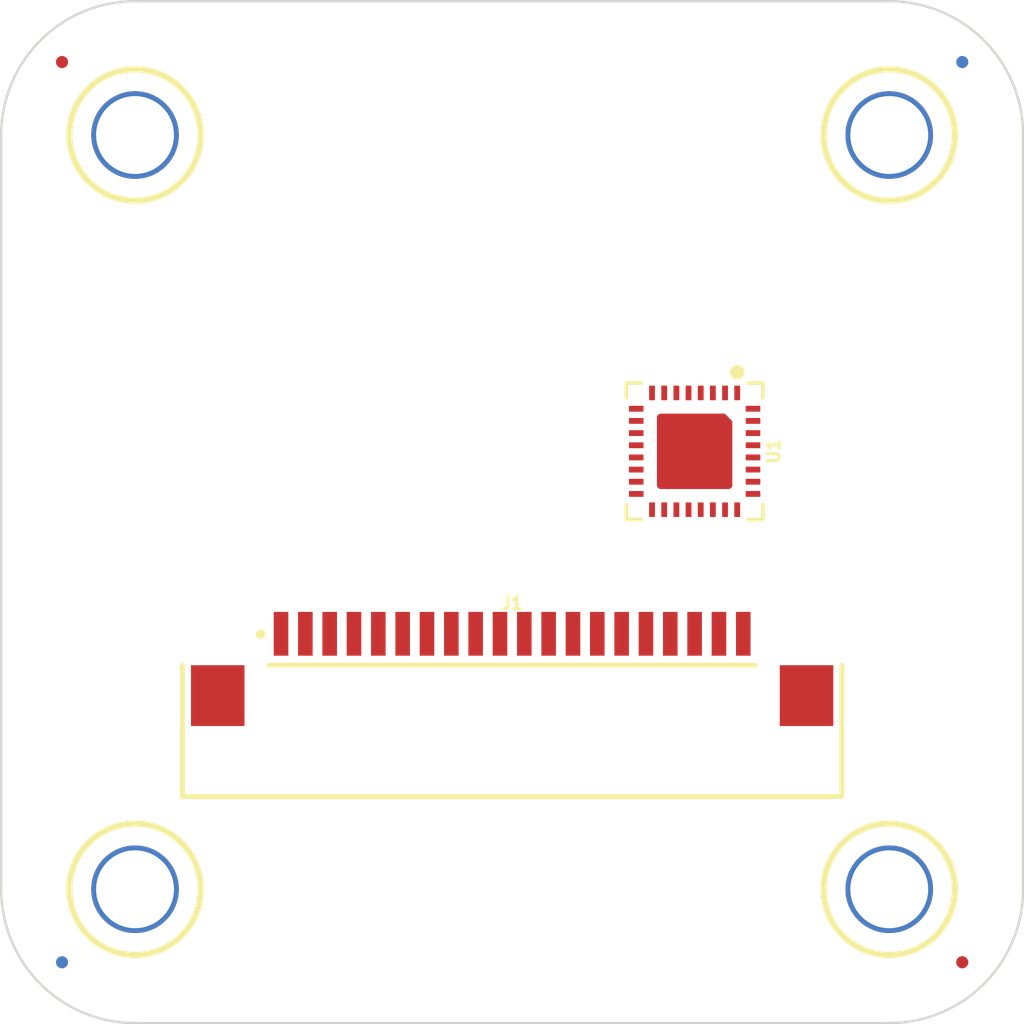
<source format=kicad_pcb>
(kicad_pcb (version 20221018) (generator pcbnew)
  (title_block (title "mouse_joystick_controller") (date "2023-05-16") (rev "2.0") (company "Howard Hughes Medical Institute"))
  (layers (0 "F.Cu" signal) (1 "In1.Cu" signal "Ground.Cu") (2 "In2.Cu" signal "V5+.Cu") (31 "B.Cu" signal) (34 "B.Paste" user) (35 "F.Paste" user) (36 "B.SilkS" user "B.Silkscreen") (37 "F.SilkS" user "F.Silkscreen") (38 "B.Mask" user) (39 "F.Mask" user) (44 "Edge.Cuts" user))
  (net 0 "")
  (net 1 "/assembly/GND")
  (net 20 "/driver_0/STEP_B")
  (net 21 "/driver_0/STEP_A")
  (footprint "Janelia:FIDUCIAL_0.5mm_Mask1mm" (layer "F.Cu") (at 131.5 81.5)
    (fp_text reference "FID1")
    (fp_text value "FIDUCIAL_0.5mm_MASK1mm" hide)
    (pad "" smd circle (at 0 0) (size 0.5 0.5) (layers "F.Cu" "F.Mask") (clearance 0.25))
  )
  (footprint "Janelia:MOUNTING_HOLE_3" (layer "F.Cu") (at 165.5 84.5)
    (fp_text reference "H2" hide)
    (fp_text value "MOUNTING_HOLE_3" hide)
    (fp_circle (center 0 0) (end 2.7 0) (stroke (width 0.25)) (fill none) (layer "F.SilkS"))
    (pad "1" thru_hole circle (at 0 0) (size 3.6 3.6) (drill 3.2) (layers "*.Cu" "*.Mask") (net 1 "/assembly/GND"))
  )
  (footprint "Janelia:FFC_Samtec_ZF1-20-01-X-WT-Xx20-1MP_P1mm_Horizontal" (layer "F.Cu") (at 150 105)
    (fp_text reference "J1" (at 0 -1.25) (layer "F.SilkS") (effects (font (size 0.5 0.5) (thickness 0.125) bold)))
    (fp_text value "Conn_FFC_20_Pin_1mm_bottom-ZF1-20-01-T-WT-TR")
    (fp_line (start -13.55 1.29) (end -13.55 6.69) (stroke (width 0.2)) (layer "F.SilkS"))
    (fp_line (start -13.55 6.69) (end 13.55 6.69) (stroke (width 0.2)) (layer "F.SilkS"))
    (fp_line (start -10 1.29) (end 10 1.29) (stroke (width 0.2)) (layer "F.SilkS"))
    (fp_line (start 13.55 6.69) (end 13.55 1.29) (stroke (width 0.2)) (layer "F.SilkS"))
    (fp_circle (center -10.335 0.015) (end -10.235 0.015) (stroke (width 0.2)) (fill none) (layer "F.SilkS"))
    (pad "" smd rect (at -12.1 2.54) (size 2.2 2.5) (layers "F.Cu" "F.Paste" "F.Mask"))
    (pad "" smd rect (at 12.1 2.54) (size 2.2 2.5) (layers "F.Cu" "F.Paste" "F.Mask"))
    (pad "1" smd rect (at -9.5 0) (size 0.6 1.8) (layers "F.Cu" "F.Paste" "F.Mask"))
    (pad "2" smd rect (at -8.5 0) (size 0.6 1.8) (layers "F.Cu" "F.Paste" "F.Mask"))
    (pad "3" smd rect (at -7.5 0) (size 0.6 1.8) (layers "F.Cu" "F.Paste" "F.Mask"))
    (pad "4" smd rect (at -6.5 0) (size 0.6 1.8) (layers "F.Cu" "F.Paste" "F.Mask"))
    (pad "5" smd rect (at -5.5 0) (size 0.6 1.8) (layers "F.Cu" "F.Paste" "F.Mask"))
    (pad "6" smd rect (at -4.5 0) (size 0.6 1.8) (layers "F.Cu" "F.Paste" "F.Mask"))
    (pad "7" smd rect (at -3.5 0) (size 0.6 1.8) (layers "F.Cu" "F.Paste" "F.Mask"))
    (pad "8" smd rect (at -2.5 0) (size 0.6 1.8) (layers "F.Cu" "F.Paste" "F.Mask"))
    (pad "9" smd rect (at -1.5 0) (size 0.6 1.8) (layers "F.Cu" "F.Paste" "F.Mask"))
    (pad "10" smd rect (at -0.5 0) (size 0.6 1.8) (layers "F.Cu" "F.Paste" "F.Mask"))
    (pad "11" smd rect (at 0.5 0) (size 0.6 1.8) (layers "F.Cu" "F.Paste" "F.Mask"))
    (pad "12" smd rect (at 1.5 0) (size 0.6 1.8) (layers "F.Cu" "F.Paste" "F.Mask"))
    (pad "13" smd rect (at 2.5 0) (size 0.6 1.8) (layers "F.Cu" "F.Paste" "F.Mask"))
    (pad "14" smd rect (at 3.5 0) (size 0.6 1.8) (layers "F.Cu" "F.Paste" "F.Mask"))
    (pad "15" smd rect (at 4.5 0) (size 0.6 1.8) (layers "F.Cu" "F.Paste" "F.Mask"))
    (pad "16" smd rect (at 5.5 0) (size 0.6 1.8) (layers "F.Cu" "F.Paste" "F.Mask"))
    (pad "17" smd rect (at 6.5 0) (size 0.6 1.8) (layers "F.Cu" "F.Paste" "F.Mask"))
    (pad "18" smd rect (at 7.5 0) (size 0.6 1.8) (layers "F.Cu" "F.Paste" "F.Mask"))
    (pad "19" smd rect (at 8.5 0) (size 0.6 1.8) (layers "F.Cu" "F.Paste" "F.Mask") (net 20 "/driver_0/STEP_B"))
    (pad "20" smd rect (at 9.5 0) (size 0.6 1.8) (layers "F.Cu" "F.Paste" "F.Mask") (net 21 "/driver_0/STEP_A"))
  )
  (footprint "Janelia:MOUNTING_HOLE_3" (layer "F.Cu") (at 134.5 115.5)
    (fp_text reference "H4" hide)
    (fp_text value "MOUNTING_HOLE_3" hide)
    (fp_circle (center 0 0) (end 2.7 0) (stroke (width 0.25)) (fill none) (layer "F.SilkS"))
    (pad "1" thru_hole circle (at 0 0) (size 3.6 3.6) (drill 3.2) (layers "*.Cu" "*.Mask") (net 1 "/assembly/GND"))
  )
  (footprint "Janelia:FIDUCIAL_0.5mm_Mask1mm" (layer "F.Cu") (at 168.5 118.5)
    (fp_text reference "FID3")
    (fp_text value "FIDUCIAL_0.5mm_MASK1mm" hide)
    (pad "" smd circle (at 0 0) (size 0.5 0.5) (layers "F.Cu" "F.Mask") (clearance 0.25))
  )
  (footprint "Janelia:MOUNTING_HOLE_3" (layer "F.Cu") (at 134.5 84.5)
    (fp_text reference "H1" hide)
    (fp_text value "MOUNTING_HOLE_3" hide)
    (fp_circle (center 0 0) (end 2.7 0) (stroke (width 0.25)) (fill none) (layer "F.SilkS"))
    (pad "1" thru_hole circle (at 0 0) (size 3.6 3.6) (drill 3.2) (layers "*.Cu" "*.Mask") (net 1 "/assembly/GND"))
  )
  (footprint "Janelia:DS91M040TSQE_NOPB" (layer "F.Cu") (at 157.5 97.5 -90)
    (fp_text reference "U1" (at 0 -3.25 90) (layer "F.SilkS") (effects (font (size 0.5 0.5) (thickness 0.125) bold)))
    (fp_text value "LVDS_4-4_HALF_DS91M040TSQE" hide)
    (fp_line (start -2.8067 -2.8067) (end -2.8067 -2.193848) (stroke (width 0.1524)) (layer "F.SilkS"))
    (fp_line (start -2.8067 2.193848) (end -2.8067 2.8067) (stroke (width 0.1524)) (layer "F.SilkS"))
    (fp_line (start -2.8067 2.8067) (end -2.193848 2.8067) (stroke (width 0.1524)) (layer "F.SilkS"))
    (fp_line (start -2.193848 -2.8067) (end -2.8067 -2.8067) (stroke (width 0.1524)) (layer "F.SilkS"))
    (fp_line (start 2.193848 2.8067) (end 2.8067 2.8067) (stroke (width 0.1524)) (layer "F.SilkS"))
    (fp_line (start 2.8067 -2.8067) (end 2.193848 -2.8067) (stroke (width 0.1524)) (layer "F.SilkS"))
    (fp_line (start 2.8067 -2.193848) (end 2.8067 -2.8067) (stroke (width 0.1524)) (layer "F.SilkS"))
    (fp_line (start 2.8067 2.8067) (end 2.8067 2.193848) (stroke (width 0.1524)) (layer "F.SilkS"))
    (fp_circle (center -3.25 -1.75) (end -3 -1.75) (stroke (width 0.1)) (fill solid) (layer "F.SilkS"))
    (pad "1" smd roundrect (at -2.4 -1.75) (size 0.24 0.6) (layers "F.Cu" "F.Paste" "F.Mask") (roundrect_rratio 0.1))
    (pad "2" smd roundrect (at -2.4 -1.25) (size 0.24 0.6) (layers "F.Cu" "F.Paste" "F.Mask") (roundrect_rratio 0.1))
    (pad "3" smd roundrect (at -2.4 -0.75) (size 0.24 0.6) (layers "F.Cu" "F.Paste" "F.Mask") (roundrect_rratio 0.1))
    (pad "4" smd roundrect (at -2.4 -0.25) (size 0.24 0.6) (layers "F.Cu" "F.Paste" "F.Mask") (roundrect_rratio 0.1))
    (pad "5" smd roundrect (at -2.4 0.25) (size 0.24 0.6) (layers "F.Cu" "F.Paste" "F.Mask") (roundrect_rratio 0.1))
    (pad "6" smd roundrect (at -2.4 0.75) (size 0.24 0.6) (layers "F.Cu" "F.Paste" "F.Mask") (roundrect_rratio 0.1))
    (pad "7" smd roundrect (at -2.4 1.25) (size 0.24 0.6) (layers "F.Cu" "F.Paste" "F.Mask") (roundrect_rratio 0.1))
    (pad "8" smd roundrect (at -2.4 1.75) (size 0.24 0.6) (layers "F.Cu" "F.Paste" "F.Mask") (roundrect_rratio 0.1))
    (pad "9" smd roundrect (at -1.75 2.4 270) (size 0.24 0.6) (layers "F.Cu" "F.Paste" "F.Mask") (roundrect_rratio 0.1))
    (pad "10" smd roundrect (at -1.25 2.4 270) (size 0.24 0.6) (layers "F.Cu" "F.Paste" "F.Mask") (roundrect_rratio 0.1))
    (pad "11" smd roundrect (at -0.75 2.4 270) (size 0.24 0.6) (layers "F.Cu" "F.Paste" "F.Mask") (roundrect_rratio 0.1))
    (pad "12" smd roundrect (at -0.25 2.4 270) (size 0.24 0.6) (layers "F.Cu" "F.Paste" "F.Mask") (roundrect_rratio 0.1))
    (pad "13" smd roundrect (at 0.25 2.4 270) (size 0.24 0.6) (layers "F.Cu" "F.Paste" "F.Mask") (roundrect_rratio 0.1))
    (pad "14" smd roundrect (at 0.75 2.4 270) (size 0.24 0.6) (layers "F.Cu" "F.Paste" "F.Mask") (roundrect_rratio 0.1))
    (pad "15" smd roundrect (at 1.25 2.4 270) (size 0.24 0.6) (layers "F.Cu" "F.Paste" "F.Mask") (roundrect_rratio 0.1))
    (pad "16" smd roundrect (at 1.75 2.4 270) (size 0.24 0.6) (layers "F.Cu" "F.Paste" "F.Mask") (roundrect_rratio 0.1))
    (pad "17" smd roundrect (at 2.4 1.75) (size 0.24 0.6) (layers "F.Cu" "F.Paste" "F.Mask") (roundrect_rratio 0.1))
    (pad "18" smd roundrect (at 2.4 1.25) (size 0.24 0.6) (layers "F.Cu" "F.Paste" "F.Mask") (roundrect_rratio 0.1))
    (pad "19" smd roundrect (at 2.4 0.75) (size 0.24 0.6) (layers "F.Cu" "F.Paste" "F.Mask") (roundrect_rratio 0.1))
    (pad "20" smd roundrect (at 2.4 0.25) (size 0.24 0.6) (layers "F.Cu" "F.Paste" "F.Mask") (roundrect_rratio 0.1))
    (pad "21" smd roundrect (at 2.4 -0.25) (size 0.24 0.6) (layers "F.Cu" "F.Paste" "F.Mask") (roundrect_rratio 0.1))
    (pad "22" smd roundrect (at 2.4 -0.75) (size 0.24 0.6) (layers "F.Cu" "F.Paste" "F.Mask") (roundrect_rratio 0.1))
    (pad "23" smd roundrect (at 2.4 -1.25) (size 0.24 0.6) (layers "F.Cu" "F.Paste" "F.Mask") (roundrect_rratio 0.1) (net 21 "/driver_0/STEP_A"))
    (pad "24" smd roundrect (at 2.4 -1.75) (size 0.24 0.6) (layers "F.Cu" "F.Paste" "F.Mask") (roundrect_rratio 0.1) (net 20 "/driver_0/STEP_B"))
    (pad "25" smd roundrect (at 1.75 -2.4 270) (size 0.24 0.6) (layers "F.Cu" "F.Paste" "F.Mask") (roundrect_rratio 0.1))
    (pad "26" smd roundrect (at 1.25 -2.4 270) (size 0.24 0.6) (layers "F.Cu" "F.Paste" "F.Mask") (roundrect_rratio 0.1))
    (pad "27" smd roundrect (at 0.75 -2.4 270) (size 0.24 0.6) (layers "F.Cu" "F.Paste" "F.Mask") (roundrect_rratio 0.1))
    (pad "28" smd roundrect (at 0.25 -2.4 270) (size 0.24 0.6) (layers "F.Cu" "F.Paste" "F.Mask") (roundrect_rratio 0.1))
    (pad "29" smd roundrect (at -0.25 -2.4 270) (size 0.24 0.6) (layers "F.Cu" "F.Paste" "F.Mask") (roundrect_rratio 0.1))
    (pad "30" smd roundrect (at -0.75 -2.4 270) (size 0.24 0.6) (layers "F.Cu" "F.Paste" "F.Mask") (roundrect_rratio 0.1))
    (pad "31" smd roundrect (at -1.25 -2.4 270) (size 0.24 0.6) (layers "F.Cu" "F.Paste" "F.Mask") (roundrect_rratio 0.1))
    (pad "32" smd roundrect (at -1.75 -2.4 270) (size 0.24 0.6) (layers "F.Cu" "F.Paste" "F.Mask") (roundrect_rratio 0.1))
    (pad "33" smd roundrect (at 0 0 270) (size 3.1 3.1) (layers "F.Cu" "F.Mask") (roundrect_rratio 0.05) (chamfer_ratio 0.1) (chamfer top_left))
  )
  (footprint "Janelia:MOUNTING_HOLE_3" (layer "F.Cu") (at 165.5 115.5)
    (fp_text reference "H3" hide)
    (fp_text value "MOUNTING_HOLE_3" hide)
    (fp_circle (center 0 0) (end 2.7 0) (stroke (width 0.25)) (fill none) (layer "F.SilkS"))
    (pad "1" thru_hole circle (at 0 0) (size 3.6 3.6) (drill 3.2) (layers "*.Cu" "*.Mask") (net 1 "/assembly/GND"))
  )
  (footprint "Janelia:FIDUCIAL_0.5mm_Mask1mm" (layer "B.Cu") (at 168.5 81.5 180)
    (fp_text reference "FID2")
    (fp_text value "FIDUCIAL_0.5mm_MASK1mm" hide)
    (pad "" smd circle (at 0 0 180) (size 0.5 0.5) (layers "B.Cu" "B.Mask") (clearance 0.25))
  )
  (footprint "Janelia:FIDUCIAL_0.5mm_Mask1mm" (layer "B.Cu") (at 131.5 118.5 180)
    (fp_text reference "FID4")
    (fp_text value "FIDUCIAL_0.5mm_MASK1mm" hide)
    (pad "" smd circle (at 0 0 180) (size 0.5 0.5) (layers "B.Cu" "B.Mask") (clearance 0.25))
  )
  (gr_arc (start 134.5 121) (mid 130.610913 119.389087) (end 129 115.5) (stroke (width 0.1)) (layer "Edge.Cuts"))
  (gr_arc (start 165.5 79) (mid 169.389087 80.610913) (end 171 84.5) (stroke (width 0.1)) (layer "Edge.Cuts"))
  (gr_line (start 134.5 79) (end 165.5 79) (stroke (width 0.1)) (layer "Edge.Cuts"))
  (gr_arc (start 171 115.5) (mid 169.389087 119.389087) (end 165.5 121) (stroke (width 0.1)) (layer "Edge.Cuts"))
  (gr_line (start 171 84.5) (end 171 115.5) (stroke (width 0.1)) (layer "Edge.Cuts"))
  (gr_arc (start 129 84.5) (mid 130.610913 80.610913) (end 134.5 79) (stroke (width 0.1)) (layer "Edge.Cuts"))
  (gr_line (start 129 115.5) (end 129 84.5) (stroke (width 0.1)) (layer "Edge.Cuts"))
  (gr_line (start 165.5 121) (end 134.5 121) (stroke (width 0.1)) (layer "Edge.Cuts"))
)
</source>
